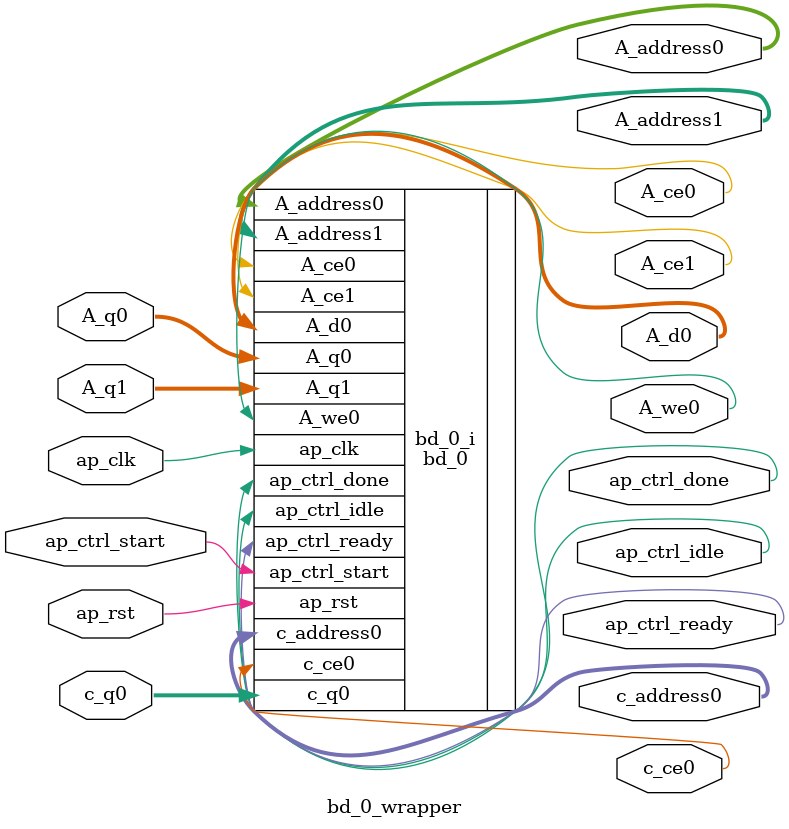
<source format=v>
`timescale 1 ps / 1 ps

module bd_0_wrapper
   (A_address0,
    A_address1,
    A_ce0,
    A_ce1,
    A_d0,
    A_q0,
    A_q1,
    A_we0,
    ap_clk,
    ap_ctrl_done,
    ap_ctrl_idle,
    ap_ctrl_ready,
    ap_ctrl_start,
    ap_rst,
    c_address0,
    c_ce0,
    c_q0);
  output [8:0]A_address0;
  output [8:0]A_address1;
  output A_ce0;
  output A_ce1;
  output [31:0]A_d0;
  input [31:0]A_q0;
  input [31:0]A_q1;
  output A_we0;
  input ap_clk;
  output ap_ctrl_done;
  output ap_ctrl_idle;
  output ap_ctrl_ready;
  input ap_ctrl_start;
  input ap_rst;
  output [4:0]c_address0;
  output c_ce0;
  input [31:0]c_q0;

  wire [8:0]A_address0;
  wire [8:0]A_address1;
  wire A_ce0;
  wire A_ce1;
  wire [31:0]A_d0;
  wire [31:0]A_q0;
  wire [31:0]A_q1;
  wire A_we0;
  wire ap_clk;
  wire ap_ctrl_done;
  wire ap_ctrl_idle;
  wire ap_ctrl_ready;
  wire ap_ctrl_start;
  wire ap_rst;
  wire [4:0]c_address0;
  wire c_ce0;
  wire [31:0]c_q0;

  bd_0 bd_0_i
       (.A_address0(A_address0),
        .A_address1(A_address1),
        .A_ce0(A_ce0),
        .A_ce1(A_ce1),
        .A_d0(A_d0),
        .A_q0(A_q0),
        .A_q1(A_q1),
        .A_we0(A_we0),
        .ap_clk(ap_clk),
        .ap_ctrl_done(ap_ctrl_done),
        .ap_ctrl_idle(ap_ctrl_idle),
        .ap_ctrl_ready(ap_ctrl_ready),
        .ap_ctrl_start(ap_ctrl_start),
        .ap_rst(ap_rst),
        .c_address0(c_address0),
        .c_ce0(c_ce0),
        .c_q0(c_q0));
endmodule

</source>
